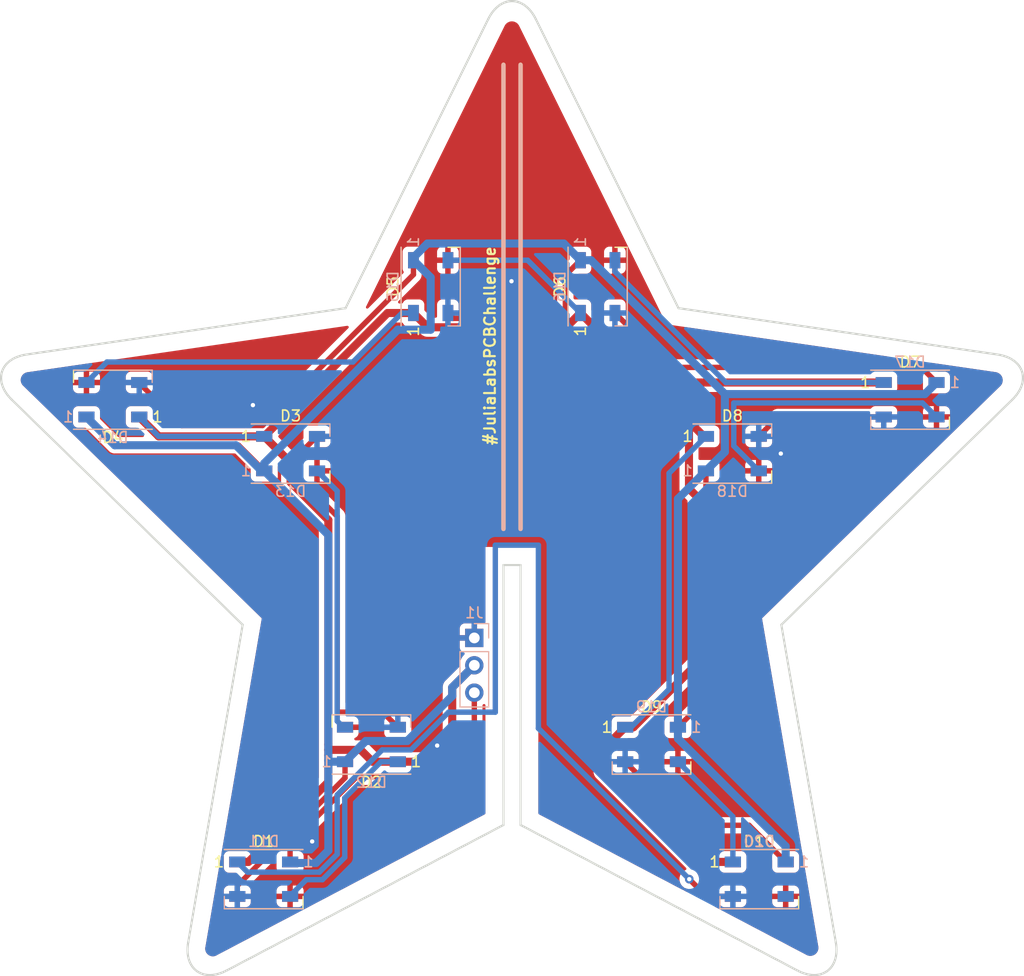
<source format=kicad_pcb>
(kicad_pcb (version 20211014) (generator pcbnew)
  (title_block (title "PCB Challenge - Slave") (date "2022-01-06") (rev "01"))
  (layers (0 "F.Cu" signal) (31 "B.Cu" signal) (34 "B.Paste" user) (35 "F.Paste" user) (36 "B.SilkS" user "B.Silkscreen") (37 "F.SilkS" user "F.Silkscreen") (38 "B.Mask" user) (39 "F.Mask" user) (44 "Edge.Cuts" user))
  (net 0 "")
  (net 1 "Net-(D1-Pad2)")
  (net 2 "Net-(D1-Pad4)")
  (net 3 "GND")
  (net 4 "+3V3")
  (net 5 "Net-(D2-Pad2)")
  (net 6 "Net-(D3-Pad2)")
  (net 7 "Net-(D4-Pad2)")
  (net 8 "Net-(D5-Pad2)")
  (net 9 "Net-(D6-Pad2)")
  (net 10 "Net-(D7-Pad2)")
  (net 11 "Net-(D8-Pad2)")
  (net 12 "Net-(D10-Pad4)")
  (net 13 "Net-(D11-Pad2)")
  (net 14 "Net-(D12-Pad2)")
  (net 15 "Net-(D13-Pad2)")
  (net 16 "Net-(D14-Pad2)")
  (net 17 "Net-(D15-Pad2)")
  (net 18 "Net-(D16-Pad2)")
  (net 19 "Net-(D17-Pad2)")
  (net 20 "Net-(D18-Pad2)")
  (net 21 "Net-(D10-Pad2)")
  (net 22 "Net-(D19-Pad2)")
  (footprint "LED_SMD:LED_WS2812B_PLCC4_5.0x5.0mm_P3.2mm" (layer "F.Cu") (at 129.5 96.5)
    (fp_text reference "D3" (at 0 -3.5) (layer "F.SilkS"))
    (fp_text value "WS2812B" hide)
    (fp_text user "1" (at -4.15 -1.6) (layer "F.SilkS"))
    (pad "1" smd rect locked (at -2.45 -1.6) (size 1.5 1) (layers "F.Cu" "F.Paste" "F.Mask") (net 4 "+3V3"))
    (pad "2" smd rect locked (at -2.45 1.6) (size 1.5 1) (layers "F.Cu" "F.Paste" "F.Mask") (net 6 "Net-(D3-Pad2)"))
    (pad "3" smd rect locked (at 2.45 1.6) (size 1.5 1) (layers "F.Cu" "F.Paste" "F.Mask") (net 3 "GND"))
    (pad "4" smd rect locked (at 2.45 -1.6) (size 1.5 1) (layers "F.Cu" "F.Paste" "F.Mask") (net 5 "Net-(D2-Pad2)"))
  )
  (footprint "LED_SMD:LED_WS2812B_PLCC4_5.0x5.0mm_P3.2mm" (layer "F.Cu") (at 113 91.5 180)
    (fp_text reference "D4" (at 0 -3.5) (layer "F.SilkS"))
    (fp_text value "WS2812B" hide)
    (fp_text user "1" (at -4.15 -1.6) (layer "F.SilkS"))
    (pad "1" smd rect locked (at -2.45 -1.6 180) (size 1.5 1) (layers "F.Cu" "F.Paste" "F.Mask") (net 4 "+3V3"))
    (pad "2" smd rect locked (at -2.45 1.6 180) (size 1.5 1) (layers "F.Cu" "F.Paste" "F.Mask") (net 7 "Net-(D4-Pad2)"))
    (pad "3" smd rect locked (at 2.45 1.6 180) (size 1.5 1) (layers "F.Cu" "F.Paste" "F.Mask") (net 3 "GND"))
    (pad "4" smd rect locked (at 2.45 -1.6 180) (size 1.5 1) (layers "F.Cu" "F.Paste" "F.Mask") (net 6 "Net-(D3-Pad2)"))
  )
  (footprint "LED_SMD:LED_WS2812B_PLCC4_5.0x5.0mm_P3.2mm" (layer "F.Cu") (at 173 136)
    (fp_text reference "D10" (at 0 -3.5) (layer "F.SilkS"))
    (fp_text value "WS2812B" hide)
    (fp_text user "1" (at -4.15 -1.6) (layer "F.SilkS"))
    (pad "1" smd rect locked (at -2.45 -1.6) (size 1.5 1) (layers "F.Cu" "F.Paste" "F.Mask") (net 4 "+3V3"))
    (pad "2" smd rect locked (at -2.45 1.6) (size 1.5 1) (layers "F.Cu" "F.Paste" "F.Mask") (net 21 "Net-(D10-Pad2)"))
    (pad "3" smd rect locked (at 2.45 1.6) (size 1.5 1) (layers "F.Cu" "F.Paste" "F.Mask") (net 3 "GND"))
    (pad "4" smd rect locked (at 2.45 -1.6) (size 1.5 1) (layers "F.Cu" "F.Paste" "F.Mask") (net 12 "Net-(D10-Pad4)"))
  )
  (footprint "LED_SMD:LED_WS2812B_PLCC4_5.0x5.0mm_P3.2mm" (layer "F.Cu") (at 142.5 81 90)
    (fp_text reference "D5" (at 0 -3.5 90) (layer "F.SilkS"))
    (fp_text value "WS2812B" hide)
    (fp_text user "1" (at -4.15 -1.6 90) (layer "F.SilkS"))
    (pad "1" smd rect locked (at -2.45 -1.6 90) (size 1.5 1) (layers "F.Cu" "F.Paste" "F.Mask") (net 4 "+3V3"))
    (pad "2" smd rect locked (at -2.45 1.6 90) (size 1.5 1) (layers "F.Cu" "F.Paste" "F.Mask") (net 8 "Net-(D5-Pad2)"))
    (pad "3" smd rect locked (at 2.45 1.6 90) (size 1.5 1) (layers "F.Cu" "F.Paste" "F.Mask") (net 3 "GND"))
    (pad "4" smd rect locked (at 2.45 -1.6 90) (size 1.5 1) (layers "F.Cu" "F.Paste" "F.Mask") (net 7 "Net-(D4-Pad2)"))
  )
  (footprint "LED_SMD:LED_WS2812B_PLCC4_5.0x5.0mm_P3.2mm" (layer "F.Cu") (at 163 123.5)
    (fp_text reference "D9" (at 0 -3.5) (layer "F.SilkS"))
    (fp_text value "WS2812B" hide)
    (fp_text user "1" (at -4.15 -1.6) (layer "F.SilkS"))
    (pad "1" smd rect locked (at -2.45 -1.6) (size 1.5 1) (layers "F.Cu" "F.Paste" "F.Mask") (net 4 "+3V3"))
    (pad "2" smd rect locked (at -2.45 1.6) (size 1.5 1) (layers "F.Cu" "F.Paste" "F.Mask") (net 12 "Net-(D10-Pad4)"))
    (pad "3" smd rect locked (at 2.45 1.6) (size 1.5 1) (layers "F.Cu" "F.Paste" "F.Mask") (net 3 "GND"))
    (pad "4" smd rect locked (at 2.45 -1.6) (size 1.5 1) (layers "F.Cu" "F.Paste" "F.Mask") (net 11 "Net-(D8-Pad2)"))
  )
  (footprint "LED_SMD:LED_WS2812B_PLCC4_5.0x5.0mm_P3.2mm" (layer "F.Cu") (at 187 91.5)
    (fp_text reference "D7" (at 0 -3.5) (layer "F.SilkS"))
    (fp_text value "WS2812B" hide)
    (fp_text user "1" (at -4.15 -1.6) (layer "F.SilkS"))
    (pad "1" smd rect locked (at -2.45 -1.6) (size 1.5 1) (layers "F.Cu" "F.Paste" "F.Mask") (net 4 "+3V3"))
    (pad "2" smd rect locked (at -2.45 1.6) (size 1.5 1) (layers "F.Cu" "F.Paste" "F.Mask") (net 10 "Net-(D7-Pad2)"))
    (pad "3" smd rect locked (at 2.45 1.6) (size 1.5 1) (layers "F.Cu" "F.Paste" "F.Mask") (net 3 "GND"))
    (pad "4" smd rect locked (at 2.45 -1.6) (size 1.5 1) (layers "F.Cu" "F.Paste" "F.Mask") (net 9 "Net-(D6-Pad2)"))
  )
  (footprint "LED_SMD:LED_WS2812B_PLCC4_5.0x5.0mm_P3.2mm" (layer "F.Cu") (at 170.5 96.5)
    (fp_text reference "D8" (at 0 -3.5) (layer "F.SilkS"))
    (fp_text value "WS2812B" hide)
    (fp_text user "1" (at -4.15 -1.6) (layer "F.SilkS"))
    (pad "1" smd rect locked (at -2.45 -1.6) (size 1.5 1) (layers "F.Cu" "F.Paste" "F.Mask") (net 4 "+3V3"))
    (pad "2" smd rect locked (at -2.45 1.6) (size 1.5 1) (layers "F.Cu" "F.Paste" "F.Mask") (net 11 "Net-(D8-Pad2)"))
    (pad "3" smd rect locked (at 2.45 1.6) (size 1.5 1) (layers "F.Cu" "F.Paste" "F.Mask") (net 3 "GND"))
    (pad "4" smd rect locked (at 2.45 -1.6) (size 1.5 1) (layers "F.Cu" "F.Paste" "F.Mask") (net 10 "Net-(D7-Pad2)"))
  )
  (footprint "LED_SMD:LED_WS2812B_PLCC4_5.0x5.0mm_P3.2mm" (layer "F.Cu") (at 158 81 90)
    (fp_text reference "D6" (at 0 -3.5 90) (layer "F.SilkS"))
    (fp_text value "WS2812B" hide)
    (fp_text user "1" (at -4.15 -1.6 90) (layer "F.SilkS"))
    (pad "1" smd rect locked (at -2.45 -1.6 90) (size 1.5 1) (layers "F.Cu" "F.Paste" "F.Mask") (net 4 "+3V3"))
    (pad "2" smd rect locked (at -2.45 1.6 90) (size 1.5 1) (layers "F.Cu" "F.Paste" "F.Mask") (net 9 "Net-(D6-Pad2)"))
    (pad "3" smd rect locked (at 2.45 1.6 90) (size 1.5 1) (layers "F.Cu" "F.Paste" "F.Mask") (net 3 "GND"))
    (pad "4" smd rect locked (at 2.45 -1.6 90) (size 1.5 1) (layers "F.Cu" "F.Paste" "F.Mask") (net 8 "Net-(D5-Pad2)"))
  )
  (footprint "LED_SMD:LED_WS2812B_PLCC4_5.0x5.0mm_P3.2mm" (layer "F.Cu") (at 137 123.5 180)
    (fp_text reference "D2" (at 0 -3.5) (layer "F.SilkS"))
    (fp_text value "WS2812B" hide)
    (fp_text user "1" (at -4.15 -1.6) (layer "F.SilkS"))
    (pad "1" smd rect locked (at -2.45 -1.6 180) (size 1.5 1) (layers "F.Cu" "F.Paste" "F.Mask") (net 4 "+3V3"))
    (pad "2" smd rect locked (at -2.45 1.6 180) (size 1.5 1) (layers "F.Cu" "F.Paste" "F.Mask") (net 5 "Net-(D2-Pad2)"))
    (pad "3" smd rect locked (at 2.45 1.6 180) (size 1.5 1) (layers "F.Cu" "F.Paste" "F.Mask") (net 3 "GND"))
    (pad "4" smd rect locked (at 2.45 -1.6 180) (size 1.5 1) (layers "F.Cu" "F.Paste" "F.Mask") (net 1 "Net-(D1-Pad2)"))
  )
  (footprint "LED_SMD:LED_WS2812B_PLCC4_5.0x5.0mm_P3.2mm" (layer "F.Cu") (at 127 136)
    (fp_text reference "D1" (at 0 -3.5) (layer "F.SilkS"))
    (fp_text value "WS2812B" hide)
    (fp_text user "1" (at -4.15 -1.6) (layer "F.SilkS"))
    (pad "1" smd rect locked (at -2.45 -1.6) (size 1.5 1) (layers "F.Cu" "F.Paste" "F.Mask") (net 4 "+3V3"))
    (pad "2" smd rect locked (at -2.45 1.6) (size 1.5 1) (layers "F.Cu" "F.Paste" "F.Mask") (net 1 "Net-(D1-Pad2)"))
    (pad "3" smd rect locked (at 2.45 1.6) (size 1.5 1) (layers "F.Cu" "F.Paste" "F.Mask") (net 3 "GND"))
    (pad "4" smd rect locked (at 2.45 -1.6) (size 1.5 1) (layers "F.Cu" "F.Paste" "F.Mask") (net 2 "Net-(D1-Pad4)"))
  )
  (footprint "LED_SMD:LED_WS2812B_PLCC4_5.0x5.0mm_P3.2mm" (layer "B.Cu") (at 187 91.5 180)
    (fp_text reference "D17" (at 0 3.5) (layer "B.SilkS") (effects (justify mirror)))
    (fp_text value "WS2812B" hide)
    (fp_text user "1" (at -4.15 1.6) (layer "B.SilkS") (effects (justify mirror)))
    (pad "1" smd rect locked (at -2.45 1.6 180) (size 1.5 1) (layers "B.Cu" "B.Paste" "B.Mask") (net 4 "+3V3"))
    (pad "2" smd rect locked (at -2.45 -1.6 180) (size 1.5 1) (layers "B.Cu" "B.Paste" "B.Mask") (net 19 "Net-(D17-Pad2)"))
    (pad "3" smd rect locked (at 2.45 -1.6 180) (size 1.5 1) (layers "B.Cu" "B.Paste" "B.Mask") (net 3 "GND"))
    (pad "4" smd rect locked (at 2.45 1.6 180) (size 1.5 1) (layers "B.Cu" "B.Paste" "B.Mask") (net 18 "Net-(D16-Pad2)"))
  )
  (footprint "LED_SMD:LED_WS2812B_PLCC4_5.0x5.0mm_P3.2mm" (layer "B.Cu") (at 137 123.5)
    (fp_text reference "D12" (at 0 3.5) (layer "B.SilkS") (effects (justify mirror)))
    (fp_text value "WS2812B" hide)
    (fp_text user "1" (at -4.15 1.6) (layer "B.SilkS") (effects (justify mirror)))
    (pad "1" smd rect locked (at -2.45 1.6) (size 1.5 1) (layers "B.Cu" "B.Paste" "B.Mask") (net 4 "+3V3"))
    (pad "2" smd rect locked (at -2.45 -1.6) (size 1.5 1) (layers "B.Cu" "B.Paste" "B.Mask") (net 14 "Net-(D12-Pad2)"))
    (pad "3" smd rect locked (at 2.45 -1.6) (size 1.5 1) (layers "B.Cu" "B.Paste" "B.Mask") (net 3 "GND"))
    (pad "4" smd rect locked (at 2.45 1.6) (size 1.5 1) (layers "B.Cu" "B.Paste" "B.Mask") (net 13 "Net-(D11-Pad2)"))
  )
  (footprint "LED_SMD:LED_WS2812B_PLCC4_5.0x5.0mm_P3.2mm" (layer "B.Cu") (at 170.5 96.5)
    (fp_text reference "D18" (at 0 3.5) (layer "B.SilkS") (effects (justify mirror)))
    (fp_text value "WS2812B" hide)
    (fp_text user "1" (at -4.15 1.6) (layer "B.SilkS") (effects (justify mirror)))
    (pad "1" smd rect locked (at -2.45 1.6) (size 1.5 1) (layers "B.Cu" "B.Paste" "B.Mask") (net 4 "+3V3"))
    (pad "2" smd rect locked (at -2.45 -1.6) (size 1.5 1) (layers "B.Cu" "B.Paste" "B.Mask") (net 20 "Net-(D18-Pad2)"))
    (pad "3" smd rect locked (at 2.45 -1.6) (size 1.5 1) (layers "B.Cu" "B.Paste" "B.Mask") (net 3 "GND"))
    (pad "4" smd rect locked (at 2.45 1.6) (size 1.5 1) (layers "B.Cu" "B.Paste" "B.Mask") (net 19 "Net-(D17-Pad2)"))
  )
  (footprint "LED_SMD:LED_WS2812B_PLCC4_5.0x5.0mm_P3.2mm" (layer "B.Cu") (at 113 91.5)
    (fp_text reference "D14" (at 0 3.5) (layer "B.SilkS") (effects (justify mirror)))
    (fp_text value "WS2812B" hide)
    (fp_text user "1" (at -4.15 1.6) (layer "B.SilkS") (effects (justify mirror)))
    (pad "1" smd rect locked (at -2.45 1.6) (size 1.5 1) (layers "B.Cu" "B.Paste" "B.Mask") (net 4 "+3V3"))
    (pad "2" smd rect locked (at -2.45 -1.6) (size 1.5 1) (layers "B.Cu" "B.Paste" "B.Mask") (net 16 "Net-(D14-Pad2)"))
    (pad "3" smd rect locked (at 2.45 -1.6) (size 1.5 1) (layers "B.Cu" "B.Paste" "B.Mask") (net 3 "GND"))
    (pad "4" smd rect locked (at 2.45 1.6) (size 1.5 1) (layers "B.Cu" "B.Paste" "B.Mask") (net 15 "Net-(D13-Pad2)"))
  )
  (footprint "LED_SMD:LED_WS2812B_PLCC4_5.0x5.0mm_P3.2mm" (layer "B.Cu") (at 173 136 180)
    (fp_text reference "D20" (at 0 3.5) (layer "B.SilkS") (effects (justify mirror)))
    (fp_text value "WS2812B" hide)
    (fp_text user "1" (at -4.15 1.6) (layer "B.SilkS") (effects (justify mirror)))
    (pad "1" smd rect locked (at -2.45 1.6 180) (size 1.5 1) (layers "B.Cu" "B.Paste" "B.Mask") (net 4 "+3V3"))
    (pad "2" smd rect locked (at -2.45 -1.6 180) (size 1.5 1) (layers "B.Cu" "B.Paste" "B.Mask"))
    (pad "3" smd rect locked (at 2.45 -1.6 180) (size 1.5 1) (layers "B.Cu" "B.Paste" "B.Mask") (net 3 "GND"))
    (pad "4" smd rect locked (at 2.45 1.6 180) (size 1.5 1) (layers "B.Cu" "B.Paste" "B.Mask") (net 22 "Net-(D19-Pad2)"))
  )
  (footprint "Connector_PinHeader_2.54mm:PinHeader_1x03_P2.54mm_Vertical" (layer "B.Cu") (at 146.55 113.61 180)
    (fp_text reference "J1" (at 0 2.33) (layer "B.SilkS") (effects (justify mirror)))
    (fp_text value "Conn_01x03" hide)
    (pad "1" thru_hole rect locked (at 0 0 180) (size 1.7 1.7) (drill 1) (layers *.Cu *.Mask) (net 3 "GND"))
    (pad "2" thru_hole oval locked (at 0 -2.54 180) (size 1.7 1.7) (drill 1) (layers *.Cu *.Mask) (net 4 "+3V3"))
    (pad "3" thru_hole oval locked (at 0 -5.08 180) (size 1.7 1.7) (drill 1) (layers *.Cu *.Mask) (net 2 "Net-(D1-Pad4)"))
  )
  (footprint "LED_SMD:LED_WS2812B_PLCC4_5.0x5.0mm_P3.2mm" (layer "B.Cu") (at 127 136 180)
    (fp_text reference "D11" (at 0 3.5) (layer "B.SilkS") (effects (justify mirror)))
    (fp_text value "WS2812B" hide)
    (fp_text user "1" (at -4.15 1.6) (layer "B.SilkS") (effects (justify mirror)))
    (pad "1" smd rect locked (at -2.45 1.6 180) (size 1.5 1) (layers "B.Cu" "B.Paste" "B.Mask") (net 4 "+3V3"))
    (pad "2" smd rect locked (at -2.45 -1.6 180) (size 1.5 1) (layers "B.Cu" "B.Paste" "B.Mask") (net 13 "Net-(D11-Pad2)"))
    (pad "3" smd rect locked (at 2.45 -1.6 180) (size 1.5 1) (layers "B.Cu" "B.Paste" "B.Mask") (net 3 "GND"))
    (pad "4" smd rect locked (at 2.45 1.6 180) (size 1.5 1) (layers "B.Cu" "B.Paste" "B.Mask") (net 21 "Net-(D10-Pad2)"))
  )
  (footprint "LED_SMD:LED_WS2812B_PLCC4_5.0x5.0mm_P3.2mm" (layer "B.Cu") (at 163 123.5 180)
    (fp_text reference "D19" (at 0 3.5) (layer "B.SilkS") (effects (justify mirror)))
    (fp_text value "WS2812B" hide)
    (fp_text user "1" (at -4.15 1.6) (layer "B.SilkS") (effects (justify mirror)))
    (pad "1" smd rect locked (at -2.45 1.6 180) (size 1.5 1) (layers "B.Cu" "B.Paste" "B.Mask") (net 4 "+3V3"))
    (pad "2" smd rect locked (at -2.45 -1.6 180) (size 1.5 1) (layers "B.Cu" "B.Paste" "B.Mask") (net 22 "Net-(D19-Pad2)"))
    (pad "3" smd rect locked (at 2.45 -1.6 180) (size 1.5 1) (layers "B.Cu" "B.Paste" "B.Mask") (net 3 "GND"))
    (pad "4" smd rect locked (at 2.45 1.6 180) (size 1.5 1) (layers "B.Cu" "B.Paste" "B.Mask") (net 20 "Net-(D18-Pad2)"))
  )
  (footprint "LED_SMD:LED_WS2812B_PLCC4_5.0x5.0mm_P3.2mm" (layer "B.Cu") (at 129.5 96.5)
    (fp_text reference "D13" (at 0 3.5) (layer "B.SilkS") (effects (justify mirror)))
    (fp_text value "WS2812B" hide)
    (fp_text user "1" (at -4.15 1.6) (layer "B.SilkS") (effects (justify mirror)))
    (pad "1" smd rect locked (at -2.45 1.6) (size 1.5 1) (layers "B.Cu" "B.Paste" "B.Mask") (net 4 "+3V3"))
    (pad "2" smd rect locked (at -2.45 -1.6) (size 1.5 1) (layers "B.Cu" "B.Paste" "B.Mask") (net 15 "Net-(D13-Pad2)"))
    (pad "3" smd rect locked (at 2.45 -1.6) (size 1.5 1) (layers "B.Cu" "B.Paste" "B.Mask") (net 3 "GND"))
    (pad "4" smd rect locked (at 2.45 1.6) (size 1.5 1) (layers "B.Cu" "B.Paste" "B.Mask") (net 14 "Net-(D12-Pad2)"))
  )
  (footprint "LED_SMD:LED_WS2812B_PLCC4_5.0x5.0mm_P3.2mm" (layer "B.Cu") (at 158 81 -90)
    (fp_text reference "D16" (at 0 3.5 90) (layer "B.SilkS") (effects (justify mirror)))
    (fp_text value "WS2812B" hide)
    (fp_text user "1" (at -4.15 1.6 90) (layer "B.SilkS") (effects (justify mirror)))
    (pad "1" smd rect locked (at -2.45 1.6 270) (size 1.5 1) (layers "B.Cu" "B.Paste" "B.Mask") (net 4 "+3V3"))
    (pad "2" smd rect locked (at -2.45 -1.6 270) (size 1.5 1) (layers "B.Cu" "B.Paste" "B.Mask") (net 18 "Net-(D16-Pad2)"))
    (pad "3" smd rect locked (at 2.45 -1.6 270) (size 1.5 1) (layers "B.Cu" "B.Paste" "B.Mask") (net 3 "GND"))
    (pad "4" smd rect locked (at 2.45 1.6 270) (size 1.5 1) (layers "B.Cu" "B.Paste" "B.Mask") (net 17 "Net-(D15-Pad2)"))
  )
  (footprint "LED_SMD:LED_WS2812B_PLCC4_5.0x5.0mm_P3.2mm" (layer "B.Cu") (at 142.5 81 -90)
    (fp_text reference "D15" (at 0 3.5 90) (layer "B.SilkS") (effects (justify mirror)))
    (fp_text value "WS2812B" hide)
    (fp_text user "1" (at -4.15 1.6 90) (layer "B.SilkS") (effects (justify mirror)))
    (pad "1" smd rect locked (at -2.45 1.6 270) (size 1.5 1) (layers "B.Cu" "B.Paste" "B.Mask") (net 4 "+3V3"))
    (pad "2" smd rect locked (at -2.45 -1.6 270) (size 1.5 1) (layers "B.Cu" "B.Paste" "B.Mask") (net 17 "Net-(D15-Pad2)"))
    (pad "3" smd rect locked (at 2.45 -1.6 270) (size 1.5 1) (layers "B.Cu" "B.Paste" "B.Mask") (net 3 "GND"))
    (pad "4" smd rect locked (at 2.45 1.6 270) (size 1.5 1) (layers "B.Cu" "B.Paste" "B.Mask") (net 16 "Net-(D14-Pad2)"))
  )
  (gr_line (start 150.841461 60.408578) (end 150.841461 103.492104) (layer "B.SilkS") (width 0.396874))
  (gr_line (start 149.257061 60.408578) (end 149.257061 103.492104) (layer "B.SilkS") (width 0.396874))
  (gr_line (start 150.841461 60.408578) (end 150.841461 103.492104) (layer "F.SilkS") (width 0.396874))
  (gr_line (start 149.257061 60.408578) (end 149.257061 103.492104) (layer "F.SilkS") (width 0.396874))
  (gr_line (start 176.731661 144.574123) (end 176.93502 144.661807) (layer "Edge.Cuts") (width 0.196907))
  (gr_line (start 196.127566 87.589666) (end 195.94412 87.51388) (layer "Edge.Cuts") (width 0.196907))
  (gr_line (start 150.968365 54.732471) (end 150.818879 54.660163) (layer "Edge.Cuts") (width 0.196907))
  (gr_line (start 149.130088 54.732496) (end 148.983044 54.817948) (layer "Edge.Cuts") (width 0.196907))
  (gr_line (start 148.055761 55.784156) (end 147.942723 55.974759) (layer "Edge.Cuts") (width 0.196907))
  (gr_line (start 196.299899 87.67375) (end 196.127566 87.589666) (layer "Edge.Cuts") (width 0.196907))
  (gr_line (start 120.923967 144.618419) (end 121.061024 144.693652) (layer "Edge.Cuts") (width 0.196907))
  (gr_line (start 180.105496 141.870354) (end 175.04929 112.389412) (layer "Edge.Cuts") (width 0.196907))
  (gr_line (start 196.467823 91.511452) (end 196.628564 91.346737) (layer "Edge.Cuts") (width 0.196907))
  (gr_line (start 149.257065 130.969674) (end 149.257065 106.844536) (layer "Edge.Cuts") (width 0.196907))
  (gr_line (start 165.500004 82.999978) (end 165.500004 82.999978) (layer "Edge.Cuts") (width 0.196907))
  (gr_line (start 120.356121 144.084009) (end 120.452939 144.211197) (layer "Edge.Cuts") (width 0.196907))
  (gr_line (start 150.841465 130.969674) (end 150.841465 130.969674) (layer "Edge.Cuts") (width 0.196907))
  (gr_line (start 197.407321 89.999763) (end 197.443154 89.83351) (layer "Edge.Cuts") (width 0.196907))
  (gr_line (start 196.467823 91.511452) (end 196.467823 91.511452) (layer "Edge.Cuts") (width 0.196907))
  (gr_line (start 180.167503 142.531712) (end 180.159251 142.318474) (layer "Edge.Cuts") (width 0.196907))
  (gr_line (start 120.672357 144.43559) (end 120.794302 144.532319) (layer "Edge.Cuts") (width 0.196907))
  (gr_line (start 197.093459 88.330956) (end 196.99045 88.205168) (layer "Edge.Cuts") (width 0.196907))
  (gr_line (start 176.525494 144.472237) (end 176.525494 144.472237) (layer "Edge.Cuts") (width 0.196907))
  (gr_line (start 149.584179 54.555011) (end 149.43106 54.601027) (layer "Edge.Cuts") (width 0.196907))
  (gr_line (start 149.257065 106.844536) (end 149.257065 106.844536) (layer "Edge.Cuts") (width 0.196907))
  (gr_line (start 178.077879 144.90304) (end 178.252414 144.897989) (layer "Edge.Cuts") (width 0.196907))
  (gr_line (start 150.667371 54.601003) (end 150.514245 54.554991) (layer "Edge.Cuts") (width 0.196907))
  (gr_line (start 103.072804 90.843179) (end 103.190676 91.011763) (layer "Edge.Cuts") (width 0.196907))
  (gr_line (start 122.384248 144.875794) (end 122.573078 144.84253) (layer "Edge.Cuts") (width 0.196907))
  (gr_line (start 102.83486 88.599025) (end 102.768225 88.740451) (layer "Edge.Cuts") (width 0.196907))
  (gr_line (start 147.942723 55.974759) (end 147.835758 56.178506) (layer "Edge.Cuts") (width 0.196907))
  (gr_line (start 177.524979 144.842039) (end 177.713834 144.875303) (layer "Edge.Cuts") (width 0.196907))
  (gr_line (start 122.199859 144.896053) (end 122.384248 144.875794) (layer "Edge.Cuts") (width 0.196907))
  (gr_line (start 197.219062 90.505197) (end 197.2954 90.335992) (layer "Edge.Cuts") (width 0.196907))
  (gr_line (start 119.992573 141.870904) (end 119.959367 142.098529) (layer "Edge.Cuts") (width 0.196907))
  (gr_line (start 103.107709 88.205269) (end 103.004727 88.331049) (layer "Edge.Cuts") (width 0.196907))
  (gr_line (start 196.460991 87.765747) (end 196.299899 87.67375) (layer "Edge.Cuts") (width 0.196907))
  (gr_line (start 121.061024 144.693652) (end 121.205145 144.757782) (layer "Edge.Cuts") (width 0.196907))
  (gr_line (start 196.774923 91.18031) (end 196.907027 91.012558) (layer "Edge.Cuts") (width 0.196907))
  (gr_line (start 196.907027 91.012558) (end 197.025001 90.843865) (layer "Edge.Cuts") (width 0.196907))
  (gr_line (start 179.645167 144.210534) (end 179.741975 144.083334) (layer "Edge.Cuts") (width 0.196907))
  (gr_line (start 149.43106 54.601027) (end 149.279562 54.660188) (layer "Edge.Cuts") (width 0.196907))
  (gr_line (start 125.04924 112.389412) (end 119.992573 141.870904) (layer "Edge.Cuts") (width 0.196907))
  (gr_line (start 148.697863 55.028287) (end 148.560536 55.153173) (layer "Edge.Cuts") (width 0.196907))
  (gr_line (start 147.835758 56.178506) (end 147.835758 56.178506) (layer "Edge.Cuts") (width 0.196907))
  (gr_line (start 103.322666 91.179398) (end 103.468898 91.345698) (layer "Edge.Cuts") (width 0.196907))
  (gr_line (start 103.190676 91.011763) (end 103.322666 91.179398) (layer "Edge.Cuts") (width 0.196907))
  (gr_line (start 102.632476 89.668853) (end 102.65503 89.833298) (layer "Edge.Cuts") (width 0.196907))
  (gr_line (start 179.829751 143.946458) (end 179.908168 143.800145) (layer "Edge.Cuts") (width 0.196907))
  (gr_line (start 121.513269 144.851776) (end 121.676615 144.881166) (layer "Edge.Cuts") (width 0.196907))
  (gr_line (start 151.924134 55.606805) (end 151.800139 55.442451) (layer "Edge.Cuts") (width 0.196907))
  (gr_line (start 180.138691 142.097942) (end 180.105496 141.870354) (layer "Edge.Cuts") (width 0.196907))
  (gr_line (start 151.537987 55.153193) (end 151.400639 55.028289) (layer "Edge.Cuts") (width 0.196907))
  (gr_line (start 197.465738 89.66901) (end 197.475197 89.506649) (layer "Edge.Cuts") (width 0.196907))
  (gr_line (start 178.421522 144.880643) (end 178.584873 144.851239) (layer "Edge.Cuts") (width 0.196907))
  (gr_line (start 176.93502 144.661807) (end 177.135245 144.73553) (layer "Edge.Cuts") (width 0.196907))
  (gr_line (start 149.893657 54.502417) (end 149.738512 54.522141) (layer "Edge.Cuts") (width 0.196907))
  (gr_line (start 104.153806 87.513989) (end 103.970394 87.589777) (layer "Edge.Cuts") (width 0.196907))
  (gr_line (start 150.359906 54.522126) (end 150.204758 54.502409) (layer "Edge.Cuts") (width 0.196907))
  (gr_line (start 102.626594 89.346745) (end 102.62304 89.50654) (layer "Edge.Cuts") (width 0.196907))
  (gr_line (start 150.818879 54.660163) (end 150.667371 54.601003) (layer "Edge.Cuts") (width 0.196907))
  (gr_line (start 152.262936 56.178773) (end 152.155937 55.974966) (layer "Edge.Cuts") (width 0.196907))
  (gr_line (start 177.713834 144.875303) (end 177.898243 144.895558) (layer "Edge.Cuts") (width 0.196907))
  (gr_line (start 195.328351 87.340159) (end 195.101704 87.301415) (layer "Edge.Cuts") (width 0.196907))
  (gr_line (start 102.672177 89.03625) (end 102.643015 89.189853) (layer "Edge.Cuts") (width 0.196907))
  (gr_line (start 197.443154 89.83351) (end 197.465738 89.66901) (layer "Edge.Cuts") (width 0.196907))
  (gr_line (start 178.252414 144.897989) (end 178.421522 144.880643) (layer "Edge.Cuts") (width 0.196907))
  (gr_line (start 148.560536 55.153173) (end 148.427258 55.291204) (layer "Edge.Cuts") (width 0.196907))
  (gr_line (start 149.257065 130.969674) (end 149.257065 130.969674) (layer "Edge.Cuts") (width 0.196907))
  (gr_line (start 195.101704 87.301415) (end 165.500004 82.999978) (layer "Edge.Cuts") (width 0.196907))
  (gr_line (start 152.155937 55.974966) (end 152.042868 55.78431) (layer "Edge.Cuts") (width 0.196907))
  (gr_line (start 103.349144 87.972052) (end 103.222556 88.085475) (layer "Edge.Cuts") (width 0.196907))
  (gr_line (start 179.741975 144.083334) (end 179.829751 143.946458) (layer "Edge.Cuts") (width 0.196907))
  (gr_line (start 123.366249 144.57465) (end 123.572365 144.472787) (layer "Edge.Cuts") (width 0.196907))
  (gr_line (start 103.637039 87.76586) (end 103.487346 87.865385) (layer "Edge.Cuts") (width 0.196907))
  (gr_line (start 195.544386 87.388742) (end 195.328351 87.340159) (layer "Edge.Cuts") (width 0.196907))
  (gr_line (start 150.841465 106.844536) (end 150.841465 106.844536) (layer "Edge.Cuts") (width 0.196907))
  (gr_line (start 197.358111 90.167385) (end 197.407321 89.999763) (layer "Edge.Cuts") (width 0.196907))
  (gr_line (start 165.500004 82.999978) (end 152.262936 56.178773) (layer "Edge.Cuts") (width 0.196907))
  (gr_line (start 104.769478 87.340265) (end 104.553473 87.388848) (layer "Edge.Cuts") (width 0.196907))
  (gr_line (start 180.083986 143.306963) (end 180.121689 143.125282) (layer "Edge.Cuts") (width 0.196907))
  (gr_line (start 197.2954 90.335992) (end 197.358111 90.167385) (layer "Edge.Cuts") (width 0.196907))
  (gr_line (start 196.99045 88.205168) (end 196.875573 88.085368) (layer "Edge.Cuts") (width 0.196907))
  (gr_line (start 152.042868 55.78431) (end 151.924134 55.606805) (layer "Edge.Cuts") (width 0.196907))
  (gr_line (start 148.838834 54.916545) (end 148.697863 55.028287) (layer "Edge.Cuts") (width 0.196907))
  (gr_line (start 150.841465 106.844536) (end 150.841465 130.969674) (layer "Edge.Cuts") (width 0.196907))
  (gr_line (start 150.841465 130.969674) (end 176.525494 144.472237) (layer "Edge.Cuts") (width 0.196907))
  (gr_line (start 102.65503 89.833298) (end 102.690825 89.999491) (layer "Edge.Cuts") (width 0.196907))
  (gr_line (start 102.768225 88.740451) (end 102.713956 88.886321) (layer "Edge.Cuts") (width 0.196907))
  (gr_line (start 120.062449 143.480858) (end 120.121172 143.64533) (layer "Edge.Cuts") (width 0.196907))
  (gr_line (start 134.598526 82.999978) (end 104.996098 87.301522) (layer "Edge.Cuts") (width 0.196907))
  (gr_line (start 180.121689 143.125282) (end 180.148394 142.935354) (layer "Edge.Cuts") (width 0.196907))
  (gr_line (start 195.94412 87.51388) (end 195.749684 87.446777) (layer "Edge.Cuts") (width 0.196907))
  (gr_line (start 149.257065 106.844536) (end 150.841465 106.844536) (layer "Edge.Cuts") (width 0.196907))
  (gr_line (start 151.115423 54.817928) (end 150.968365 54.732471) (layer "Edge.Cuts") (width 0.196907))
  (gr_line (start 148.298433 55.442378) (end 148.174465 55.606695) (layer "Edge.Cuts") (width 0.196907))
  (gr_line (start 122.766021 144.796021) (end 122.962749 144.73603) (layer "Edge.Cuts") (width 0.196907))
  (gr_line (start 103.468898 91.345698) (end 103.629499 91.510277) (layer "Edge.Cuts") (width 0.196907))
  (gr_line (start 125.04924 112.389412) (end 125.04924 112.389412) (layer "Edge.Cuts") (width 0.196907))
  (gr_line (start 151.800139 55.442451) (end 151.671289 55.291247) (layer "Edge.Cuts") (width 0.196907))
  (gr_line (start 196.610718 87.865272) (end 196.460991 87.765747) (layer "Edge.Cuts") (width 0.196907))
  (gr_line (start 179.425767 144.434956) (end 179.539655 144.327821) (layer "Edge.Cuts") (width 0.196907))
  (gr_line (start 122.962749 144.73603) (end 123.162935 144.662319) (layer "Edge.Cuts") (width 0.196907))
  (gr_line (start 152.262936 56.178773) (end 152.262936 56.178773) (layer "Edge.Cuts") (width 0.196907))
  (gr_line (start 102.62304 89.50654) (end 102.632476 89.668853) (layer "Edge.Cuts") (width 0.196907))
  (gr_line (start 102.739986 90.167046) (end 102.80264 90.335577) (layer "Edge.Cuts") (width 0.196907))
  (gr_line (start 195.749684 87.446777) (end 195.544386 87.388742) (layer "Edge.Cuts") (width 0.196907))
  (gr_line (start 150.204758 54.502409) (end 150.049207 54.49584) (layer "Edge.Cuts") (width 0.196907))
  (gr_line (start 197.330019 88.740402) (end 197.263369 88.598958) (layer "Edge.Cuts") (width 0.196907))
  (gr_line (start 120.452939 144.211197) (end 120.55846 144.32847) (layer "Edge.Cuts") (width 0.196907))
  (gr_line (start 148.427258 55.291204) (end 148.298433 55.442378) (layer "Edge.Cuts") (width 0.196907))
  (gr_line (start 102.713956 88.886321) (end 102.672177 89.03625) (layer "Edge.Cuts") (width 0.196907))
  (gr_line (start 177.898243 144.895558) (end 178.077879 144.90304) (layer "Edge.Cuts") (width 0.196907))
  (gr_line (start 147.835758 56.178506) (end 147.835758 56.178422) (layer "Edge.Cuts") (width 0.196907))
  (gr_line (start 175.04929 112.389412) (end 196.467823 91.511452) (layer "Edge.Cuts") (width 0.196907))
  (gr_line (start 103.629499 91.510277) (end 125.04924 112.389412) (layer "Edge.Cuts") (width 0.196907))
  (gr_line (start 197.426082 89.03625) (end 197.384299 88.886294) (layer "Edge.Cuts") (width 0.196907))
  (gr_line (start 119.992573 141.870904) (end 119.992573 141.870904) (layer "Edge.Cuts") (width 0.196907))
  (gr_line (start 180.035613 143.480159) (end 180.083986 143.306963) (layer "Edge.Cuts") (width 0.196907))
  (gr_line (start 148.983044 54.817948) (end 148.838834 54.916545) (layer "Edge.Cuts") (width 0.196907))
  (gr_line (start 179.539655 144.327821) (end 179.645167 144.210534) (layer "Edge.Cuts") (width 0.196907))
  (gr_line (start 150.514245 54.554991) (end 150.359906 54.522126) (layer "Edge.Cuts") (width 0.196907))
  (gr_line (start 197.455243 89.189884) (end 197.426082 89.03625) (layer "Edge.Cuts") (width 0.196907))
  (gr_line (start 102.690825 89.999491) (end 102.739986 90.167046) (layer "Edge.Cuts") (width 0.196907))
  (gr_line (start 122.020238 144.903542) (end 122.199859 144.896053) (layer "Edge.Cuts") (width 0.196907))
  (gr_line (start 104.996098 87.301522) (end 104.996098 87.301522) (layer "Edge.Cuts") (width 0.196907))
  (gr_line (start 119.930544 142.532357) (end 119.93427 142.738084) (layer "Edge.Cuts") (width 0.196907))
  (gr_line (start 196.748954 87.971941) (end 196.610718 87.865272) (layer "Edge.Cuts") (width 0.196907))
  (gr_line (start 123.162935 144.662319) (end 123.366249 144.57465) (layer "Edge.Cuts") (width 0.196907))
  (gr_line (start 102.968923 90.674029) (end 103.072804 90.843179) (layer "Edge.Cuts") (width 0.196907))
  (gr_line (start 195.101704 87.301415) (end 195.101704 87.301415) (layer "Edge.Cuts") (width 0.196907))
  (gr_line (start 122.573078 144.84253) (end 122.766021 144.796021) (layer "Edge.Cuts") (width 0.196907))
  (gr_line (start 148.174465 55.606695) (end 148.055761 55.784156) (layer "Edge.Cuts") (width 0.196907))
  (gr_line (start 151.25965 54.916534) (end 151.115423 54.817928) (layer "Edge.Cuts") (width 0.196907))
  (gr_line (start 179.976898 143.644632) (end 180.035613 143.480159) (layer "Edge.Cuts") (width 0.196907))
  (gr_line (start 102.80264 90.335577) (end 102.878911 90.5047) (layer "Edge.Cuts") (width 0.196907))
  (gr_line (start 121.845715 144.898501) (end 122.020238 144.903542) (layer "Edge.Cuts") (width 0.196907))
  (gr_line (start 179.037118 144.693068) (end 179.17417 144.617817) (layer "Edge.Cuts") (width 0.196907))
  (gr_line (start 120.014069 143.30766) (end 120.062449 143.480858) (layer "Edge.Cuts") (width 0.196907))
  (gr_line (start 103.487346 87.865385) (end 103.349144 87.972052) (layer "Edge.Cuts") (width 0.196907))
  (gr_line (start 120.18991 143.800838) (end 120.268336 143.947143) (layer "Edge.Cuts") (width 0.196907))
  (gr_line (start 175.04929 112.389412) (end 175.04929 112.389412) (layer "Edge.Cuts") (width 0.196907))
  (gr_line (start 151.671289 55.291247) (end 151.537987 55.153193) (layer "Edge.Cuts") (width 0.196907))
  (gr_line (start 178.892999 144.757214) (end 179.037118 144.693068) (layer "Edge.Cuts") (width 0.196907))
  (gr_line (start 134.598526 82.999978) (end 134.598526 82.999978) (layer "Edge.Cuts") (width 0.196907))
  (gr_line (start 123.572365 144.472787) (end 149.257065 130.969674) (layer "Edge.Cuts") (width 0.196907))
  (gr_line (start 179.908168 143.800145) (end 179.976898 143.644632) (layer "Edge.Cuts") (width 0.196907))
  (gr_line (start 180.159251 142.318474) (end 180.138691 142.097942) (layer "Edge.Cuts") (width 0.196907))
  (gr_line (start 120.794302 144.532319) (end 120.923967 144.618419) (layer "Edge.Cuts") (width 0.196907))
  (gr_line (start 197.384299 88.886294) (end 197.330019 88.740402) (layer "Edge.Cuts") (width 0.196907))
  (gr_line (start 149.738512 54.522141) (end 149.584179 54.555011) (layer "Edge.Cuts") (width 0.196907))
  (gr_line (start 196.875573 88.085368) (end 196.748954 87.971941) (layer "Edge.Cuts") (width 0.196907))
  (gr_line (start 197.475197 89.506649) (end 197.471656 89.346812) (layer "Edge.Cuts") (width 0.196907))
  (gr_line (start 178.584873 144.851239) (end 178.742142 144.810017) (layer "Edge.Cuts") (width 0.196907))
  (gr_line (start 119.959367 142.098529) (end 119.9388 142.319093) (layer "Edge.Cuts") (width 0.196907))
  (gr_line (start 177.135245 144.73553) (end 177.332007 144.795528) (layer "Edge.Cuts") (width 0.196907))
  (gr_line (start 147.835758 56.178422) (end 134.598526 82.999978) (layer "Edge.Cuts") (width 0.196907))
  (gr_line (start 197.025001 90.843865) (end 197.12897 90.674617) (layer "Edge.Cuts") (width 0.196907))
  (gr_line (start 180.163775 142.737418) (end 180.167503 142.531712) (layer "Edge.Cuts") (width 0.196907))
  (gr_line (start 177.332007 144.795528) (end 177.524979 144.842039) (layer "Edge.Cuts") (width 0.196907))
  (gr_line (start 119.949652 142.936035) (end 119.976361 143.125973) (layer "Edge.Cuts") (width 0.196907))
  (gr_line (start 103.004727 88.331049) (end 102.913736 88.462429) (layer "Edge.Cuts") (width 0.196907))
  (gr_line (start 151.400639 55.028289) (end 151.25965 54.916534) (layer "Edge.Cuts") (width 0.196907))
  (gr_line (start 149.279562 54.660188) (end 149.130088 54.732496) (layer "Edge.Cuts") (width 0.196907))
  (gr_line (start 103.629499 91.510277) (end 103.629499 91.510277) (layer "Edge.Cuts") (width 0.196907))
  (gr_line (start 123.572365 144.472787) (end 123.572365 144.472787) (layer "Edge.Cuts") (width 0.196907))
  (gr_line (start 120.55846 144.32847) (end 120.672357 144.43559) (layer "Edge.Cuts") (width 0.196907))
  (gr_line (start 197.184473 88.462348) (end 197.093459 88.330956) (layer "Edge.Cuts") (width 0.196907))
  (gr_line (start 197.471656 89.346812) (end 197.455243 89.189884) (layer "Edge.Cuts") (width 0.196907))
  (gr_line (start 121.676615 144.881166) (end 121.845715 144.898501) (layer "Edge.Cuts") (width 0.196907))
  (gr_line (start 102.643015 89.189853) (end 102.626594 89.346745) (layer "Edge.Cuts") (width 0.196907))
  (gr_line (start 104.996098 87.301522) (end 104.769478 87.340265) (layer "Edge.Cuts") (width 0.196907))
  (gr_line (start 103.798096 87.673862) (end 103.637039 87.76586) (layer "Edge.Cuts") (width 0.196907))
  (gr_line (start 119.93427 142.738084) (end 119.949652 142.936035) (layer "Edge.Cuts") (width 0.196907))
  (gr_line (start 178.742142 144.810017) (end 178.892999 144.757214) (layer "Edge.Cuts") (width 0.196907))
  (gr_line (start 179.303829 144.531701) (end 179.425767 144.434956) (layer "Edge.Cuts") (width 0.196907))
  (gr_line (start 104.553473 87.388848) (end 104.348207 87.446884) (layer "Edge.Cuts") (width 0.196907))
  (gr_line (start 103.222556 88.085475) (end 103.107709 88.205269) (layer "Edge.Cuts") (width 0.196907))
  (gr_line (start 121.205145 144.757782) (end 121.356003 144.810569) (layer "Edge.Cuts") (width 0.196907))
  (gr_line (start 179.17417 144.617817) (end 179.303829 144.531701) (layer "Edge.Cuts") (width 0.196907))
  (gr_line (start 120.268336 143.947143) (end 120.356121 144.084009) (layer "Edge.Cuts") (width 0.196907))
  (gr_line (start 102.878911 90.5047) (end 102.968923 90.674029) (layer "Edge.Cuts") (width 0.196907))
  (gr_line (start 150.049207 54.49584) (end 149.893657 54.502417) (layer "Edge.Cuts") (width 0.196907))
  (gr_line (start 180.148394 142.935354) (end 180.163775 142.737418) (layer "Edge.Cuts") (width 0.196907))
  (gr_line (start 197.12897 90.674617) (end 197.219062 90.505197) (layer "Edge.Cuts") (width 0.196907))
  (gr_line (start 104.348207 87.446884) (end 104.153806 87.513989) (layer "Edge.Cuts") (width 0.196907))
  (gr_line (start 119.976361 143.125973) (end 120.014069 143.30766) (layer "Edge.Cuts") (width 0.196907))
  (gr_line (start 103.970394 87.589777) (end 103.798096 87.673862) (layer "Edge.Cuts") (width 0.196907))
  (gr_line (start 197.263369 88.598958) (end 197.184473 88.462348) (layer "Edge.Cuts") (width 0.196907))
  (gr_line (start 120.121172 143.64533) (end 120.18991 143.800838) (layer "Edge.Cuts") (width 0.196907))
  (gr_line (start 121.356003 144.810569) (end 121.513269 144.851776) (layer "Edge.Cuts") (width 0.196907))
  (gr_line (start 119.9388 142.319093) (end 119.930544 142.532357) (layer "Edge.Cuts") (width 0.196907))
  (gr_line (start 176.525494 144.472237) (end 176.731661 144.574123) (layer "Edge.Cuts") (width 0.196907))
  (gr_line (start 102.913736 88.462429) (end 102.83486 88.599025) (layer "Edge.Cuts") (width 0.196907))
  (gr_line (start 196.628564 91.346737) (end 196.774923 91.18031) (layer "Edge.Cuts") (width 0.196907))
  (gr_line (start 180.105496 141.870354) (end 180.105496 141.870354) (layer "Edge.Cuts") (width 0.196907))
  (gr_text "#JuliaLabsPCBChallenge" (at 148 86.5 90) (layer "F.SilkS") (effects (font (size 1 1) (thickness 0.2))))
  (segment (start 134.55 126.6) (end 134.55 125.1) (width 0.5) (layer "F.Cu") (net 1))
  (segment (start 124.55 137.6) (end 124.55 136.6) (width 0.5) (layer "F.Cu") (net 1))
  (segment (start 124.55 136.6) (end 134.55 126.6) (width 0.5) (layer "F.Cu") (net 1))
  (segment (start 129.45 134.4) (end 129.45 132.68927) (width 0.5) (layer "F.Cu") (net 2))
  (segment (start 129.45 132.68927) (end 135.63927 126.5) (width 0.5) (layer "F.Cu") (net 2))
  (segment (start 135.63927 126.5) (end 146.5 126.5) (width 0.5) (layer "F.Cu") (net 2))
  (segment (start 146.5 126.5) (end 146.55 126.45) (width 0.5) (layer "F.Cu") (net 2))
  (segment (start 146.55 126.45) (end 146.55 118.69) (width 0.5) (layer "F.Cu") (net 2))
  (via (at 143.100688 123.600688) (size 0.8) (drill 0.4) (layers "F.Cu" "B.Cu") (net 3))
  (via (at 175 96.5) (size 0.8) (drill 0.4) (layers "F.Cu" "B.Cu") (net 3))
  (via (at 150 80.5) (size 0.8) (drill 0.4) (layers "F.Cu" "B.Cu") (net 3))
  (via (at 131.5 132.5) (size 0.8) (drill 0.4) (layers "F.Cu" "B.Cu") (net 3))
  (via (at 126 92) (size 0.8) (drill 0.4) (layers "F.Cu" "B.Cu") (net 3))
  (segment (start 162.85 89.9) (end 184.55 89.9) (width 0.75) (layer "F.Cu") (net 4))
  (segment (start 155.075489 84.774511) (end 156.4 83.45) (width 0.75) (layer "F.Cu") (net 4))
  (segment (start 160.55 121.9) (end 158.5 123.95) (width 0.75) (layer "F.Cu") (net 4))
  (segment (start 133 126.983952) (end 133 124.5) (width 0.75) (layer "F.Cu") (net 4))
  (segment (start 166.475 93.525) (end 166.475 99.74952) (width 0.75) (layer "F.Cu") (net 4))
  (segment (start 133 123.5) (end 133 102.666048) (width 0.75) (layer "F.Cu") (net 4))
  (segment (start 168.05 94.9) (end 167.85 94.9) (width 0.75) (layer "F.Cu") (net 4))
  (segment (start 133 102.666048) (end 129.5 99.166048) (width 0.75) (layer "F.Cu") (net 4))
  (segment (start 167.85 94.9) (end 166.475 93.525) (width 0.75) (layer "F.Cu") (net 4))
  (segment (start 133 124) (end 133 123.5) (width 0.75) (layer "F.Cu") (net 4))
  (segment (start 140.9 83.45) (end 142.224511 84.774511) (width 0.75) (layer "F.Cu") (net 4))
  (segment (start 158.5 123.95) (end 158.5 126) (width 0.75) (layer "F.Cu") (net 4))
  (segment (start 166.9 134.4) (end 170.55 134.4) (width 0.75) (layer "F.Cu") (net 4))
  (segment (start 136 124) (end 137.1 125.1) (width 0.75) (layer "F.Cu") (net 4))
  (segment (start 129.5 97.35) (end 127.05 94.9) (width 0.75) (layer "F.Cu") (net 4))
  (segment (start 166.475 99.74952) (end 167.22548 100.5) (width 0.75) (layer "F.Cu") (net 4))
  (segment (start 156.4 83.45) (end 162.85 89.9) (width 0.75) (layer "F.Cu") (net 4))
  (segment (start 144.5 118.2) (end 146.55 116.15) (width 0.75) (layer "F.Cu") (net 4))
  (segment (start 161.32548 121.9) (end 160.55 121.9) (width 0.75) (layer "F.Cu") (net 4))
  (segment (start 129.5 99.166048) (end 129.5 97.35) (width 0.75) (layer "F.Cu") (net 4))
  (segment (start 167.22548 116) (end 161.32548 121.9) (width 0.75) (layer "F.Cu") (net 4))
  (segment (start 144.5 118.2) (end 144.5 125) (width 0.75) (layer "F.Cu") (net 4))
  (segment (start 129.491976 130.491976) (end 133 126.983952) (width 0.75) (layer "F.Cu") (net 4))
  (segment (start 125.583952 134.4) (end 129.491976 130.491976) (width 0.75) (layer "F.Cu") (net 4))
  (segment (start 167.22548 100.5) (end 167.22548 116) (width 0.75) (layer "F.Cu") (net 4))
  (segment (start 144.5 125) (end 144.4 125.1) (width 0.75) (layer "F.Cu") (net 4))
  (segment (start 127.05 94.9) (end 117.25 94.9) (width 0.75) (layer "F.Cu") (net 4))
  (segment (start 133 124.5) (end 133 124) (width 0.75) (layer "F.Cu") (net 4))
  (segment (start 158.5 126) (end 166.9 134.4) (width 0.75) (layer "F.Cu") (net 4))
  (segment (start 133 124) (end 136 124) (width 0.75) (layer "F.Cu") (net 4))
  (segment (start 117.25 94.9) (end 115.45 93.1) (width 0.75) (layer "F.Cu") (net 4))
  (segment (start 144.4 125.1) (end 139.45 125.1) (width 0.75) (layer "F.Cu") (net 4))
  (segment (start 138.5 83.45) (end 127.05 94.9) (width 0.75) (layer "F.Cu") (net 4))
  (segment (start 137.1 125.1) (end 139.45 125.1) (width 0.75) (layer "F.Cu") (net 4))
  (segment (start 124.55 134.4) (end 125.583952 134.4) (width 0.75) (layer "F.Cu") (net 4))
  (segment (start 142.224511 84.774511) (end 155.075489 84.774511) (width 0.75) (layer "F.Cu") (net 4))
  (segment (start 166.475 93.525) (end 162.85 89.9) (width 0.75) (layer "F.Cu") (net 4))
  (segment (start 140.9 83.45) (end 138.5 83.45) (width 0.75) (layer "F.Cu") (net 4))
  (segment (start 133.1 125.1) (end 133 125) (width 0.75) (layer "B.Cu") (net 4))
  (segment (start 169.808464 90.974511) (end 157.383952 78.55) (width 0.75) (layer "B.Cu") (net 4))
  (segment (start 133 125) (end 133 133.344682) (width 0.75) (layer "B.Cu") (net 4))
  (segment (start 154.85 77) (end 156.4 78.55) (width 0.75) (layer "B.Cu") (net 4))
  (segment (start 144.5 118.2) (end 146.55 116.15) (width 0.75) (layer "B.Cu") (net 4))
  (segment (start 168.05 98.1) (end 169.808464 96.341536) (width 0.75) (layer "B.Cu") (net 4))
  (segment (start 131.844682 134.5) (end 129.55 134.5) (width 0.75) (layer "B.Cu") (net 4))
  (segment (start 188.375489 90.974511) (end 169.808464 90.974511) (width 0.75) (layer "B.Cu") (net 4))
  (segment (start 126.8 98.1) (end 124.42452 95.72452) (width 0.75) (layer "B.Cu") (net 4))
  (segment (start 134.55 125.1) (end 133.1 125.1) (width 0.75) (layer "B.Cu") (net 4))
  (segment (start 142.5 85) (end 142.5 80.15) (width 0.75) (layer "B.Cu") (net 4))
  (segment (start 157.383952 78.55) (end 156.4 78.55) (width 0.75) (layer "B.Cu") (net 4))
  (segment (start 113.17452 95.72452) (end 110.55 93.1) (width 0.75) (layer "B.Cu") (net 4))
  (segment (start 165.45 121.9) (end 165.45 122.95) (width 0.75) (layer "B.Cu") (net 4))
  (segment (start 133 133.344682) (end 131.844682 134.5) (width 0.75) (layer "B.Cu") (net 4))
  (segment (start 139.450978 85) (end 142.5 85) (width 0.75) (layer "B.Cu") (net 4))
  (segment (start 140.9 78.3) (end 142.2 77) (width 0.75) (layer "B.Cu") (net 4))
  (segment (start 133 104.05) (end 133 125) (width 0.75) (layer "B.Cu") (net 4))
  (segment (start 140.9 78.55) (end 140.9 78.3) (width 0.75) (layer "B.Cu") (net 4))
  (segment (start 169.808464 96.341536) (end 169.808464 90.974511) (width 0.75) (layer "B.Cu") (net 4))
  (segment (start 127.05 98.1) (end 126.8 98.1) (width 0.75) (layer "B.Cu") (net 4))
  (segment (start 165.45 100.7) (end 168.05 98.1) (width 0.75) (layer "B.Cu") (net 4))
  (segment (start 127.05 98.1) (end 127.05 97.400978) (width 0.75) (layer "B.Cu") (net 4))
  (segment (start 142.2 77) (end 154.85 77) (width 0.75) (layer "B.Cu") (net 4))
  (segment (start 142.5 80.15) (end 140.9 78.55) (width 0.75) (layer "B.Cu") (net 4))
  (segment (start 127.05 97.400978) (end 139.450978 85) (width 0.75) (layer "B.Cu") (net 4))
  (segment (start 134.55 125.1) (end 136.47452 123.17548) (width 0.75) (layer "B.Cu") (net 4))
  (segment (start 136.47452 123.17548) (end 140.32452 123.17548) (width 0.75) (layer "B.Cu") (net 4))
  (segment (start 144.5 119) (end 144.5 118.2) (width 0.75) (layer "B.Cu") (net 4))
  (segment (start 127.05 98.1) (end 133 104.05) (width 0.75) (layer "B.Cu") (net 4))
  (segment (start 175.45 132.95) (end 175.45 134.4) (width 0.75) (layer "B.Cu") (net 4))
  (segment (start 189.45 89.9) (end 188.375489 90.974511) (width 0.75) (layer "B.Cu") (net 4))
  (segment (start 124.42452 95.72452) (end 113.17452 95.72452) (width 0.75) (layer "B.Cu") (net 4))
  (segment (start 129.55 134.5) (end 129.45 134.4) (width 0.75) (layer "B.Cu") (net 4))
  (segment (start 140.32452 123.17548) (end 144.5 119) (width 0.75) (layer "B.Cu") (net 4))
  (segment (start 165.45 121.9) (end 165.45 100.7) (width 0.75) (layer "B.Cu") (net 4))
  (segment (start 165.45 122.95) (end 175.45 132.95) (width 0.75) (layer "B.Cu") (net 4))
  (segment (start 130.32452 98.82452) (end 130.32452 96.52548) (width 0.5) (layer "F.Cu") (net 5))
  (segment (start 130.32452 96.52548) (end 131.95 94.9) (width 0.5) (layer "F.Cu") (net 5))
  (segment (start 139.45 121.9) (end 138.05 120.5) (width 0.5) (layer "F.Cu") (net 5))
  (segment (start 133.82452 102.32452) (end 130.32452 98.82452) (width 0.5) (layer "F.Cu") (net 5))
  (segment (start 133.82452 120.5) (end 133.82452 102.32452) (width 0.5) (layer "F.Cu") (net 5))
  (segment (start 138.05 120.5) (end 133.82452 120.5) (width 0.5) (layer "F.Cu") (net 5))
  (segment (start 113.17452 95.72452) (end 110.55 93.1) (width 0.5) (layer "F.Cu") (net 6))
  (segment (start 124.67452 95.72452) (end 113.17452 95.72452) (width 0.5) (layer "F.Cu") (net 6))
  (segment (start 127.05 98.1) (end 124.67452 95.72452) (width 0.5) (layer "F.Cu") (net 6))
  (segment (start 119.391976 93.891976) (end 115.45 89.95) (width 0.5) (layer "F.Cu") (net 7))
  (segment (start 115.45 89.95) (end 115.45 89.9) (width 0.5) (layer "F.Cu") (net 7))
  (segment (start 126.891976 93.891976) (end 119.391976 93.891976) (width 0.5) (layer "F.Cu") (net 7))
  (segment (start 140.9 78.55) (end 140.9 79.883952) (width 0.5) (layer "F.Cu") (net 7))
  (segment (start 140.9 79.883952) (end 126.891976 93.891976) (width 0.5) (layer "F.Cu") (net 7))
  (segment (start 155 79.95) (end 156.4 78.55) (width 0.5) (layer "F.Cu") (net 8))
  (segment (start 154.5 83.949991) (end 155 83.449991) (width 0.5) (layer "F.Cu") (net 8))
  (segment (start 144.1 83.45) (end 144.599991 83.949991) (width 0.5) (layer "F.Cu") (net 8))
  (segment (start 144.599991 83.949991) (end 154.5 83.949991) (width 0.5) (layer "F.Cu") (net 8))
  (segment (start 155 83.449991) (end 155 79.95) (width 0.5) (layer "F.Cu") (net 8))
  (segment (start 159.6 83.45) (end 164.65 88.5) (width 0.5) (layer "F.Cu") (net 9))
  (segment (start 164.65 88.5) (end 188.05 88.5) (width 0.5) (layer "F.Cu") (net 9))
  (segment (start 188.05 88.5) (end 189.45 89.9) (width 0.5) (layer "F.Cu") (net 9))
  (segment (start 174.75 93.1) (end 172.95 94.9) (width 0.5) (layer "F.Cu") (net 10))
  (segment (start 184.55 93.1) (end 174.75 93.1) (width 0.5) (layer "F.Cu") (net 10))
  (segment (start 168.05 98.1) (end 168.05 119.3) (width 0.5) (layer "F.Cu") (net 11))
  (segment (start 168.05 119.3) (end 165.45 121.9) (width 0.5) (layer "F.Cu") (net 11))
  (segment (start 172.05 131) (end 175.45 134.4) (width 0.5) (layer "F.Cu") (net 12))
  (segment (start 160.55 125.1) (end 166.45 131) (width 0.5) (layer "F.Cu") (net 12))
  (segment (start 166.45 131) (end 172.05 131) (width 0.5) (layer "F.Cu") (net 12))
  (segment (start 132.45097 136.04903) (end 134.52404 133.97596) (width 0.5) (layer "B.Cu") (net 13))
  (segment (start 134.52404 128.46523) (end 137.88927 125.1) (width 0.5) (layer "B.Cu") (net 13))
  (segment (start 129.45 137.6) (end 129.45 137.538292) (width 0.5) (layer "B.Cu") (net 13))
  (segment (start 134.52404 133.97596) (end 134.52404 128.46523) (width 0.5) (layer "B.Cu") (net 13))
  (segment (start 129.45 137.6) (end 129.45 137.55) (width 0.5) (layer "B.Cu") (net 13))
  (segment (start 129.45 137.55) (end 130.950969 136.049031) (width 0.5) (layer "B.Cu") (net 13))
  (segment (start 130.950969 136.049031) (end 132.45097 136.04903) (width 0.5) (layer "B.Cu") (net 13))
  (segment (start 137.88927 125.1) (end 139.45 125.1) (width 0.5) (layer "B.Cu") (net 13))
  (segment (start 133.82452 99.97452) (end 131.95 98.1) (width 0.5) (layer "B.Cu") (net 14))
  (segment (start 133.82452 121.32452) (end 133.82452 99.97452) (width 0.5) (layer "B.Cu") (net 14))
  (segment (start 134.4 121.9) (end 133.82452 121.32452) (width 0.5) (layer "B.Cu") (net 14))
  (segment (start 134.55 121.9) (end 134.4 121.9) (width 0.5) (layer "B.Cu") (net 14))
  (segment (start 127.05 94.9) (end 117.25 94.9) (width 0.5) (layer "B.Cu") (net 15))
  (segment (start 117.25 94.9) (end 115.45 93.1) (width 0.5) (layer "B.Cu") (net 15))
  (segment (start 112.45 88) (end 135.28493 88) (width 0.5) (layer "B.Cu") (net 16))
  (segment (start 139.83493 83.45) (end 140.9 83.45) (width 0.5) (layer "B.Cu") (net 16))
  (segment (start 110.55 89.9) (end 112.45 88) (width 0.5) (layer "B.Cu") (net 16))
  (segment (start 135.28493 88) (end 139.83493 83.45) (width 0.5) (layer "B.Cu") (net 16))
  (segment (start 144.1 78.55) (end 151.5 78.55) (width 0.5) (layer "B.Cu") (net 17))
  (segment (start 151.5 78.55) (end 156.4 83.45) (width 0.5) (layer "B.Cu") (net 17))
  (segment (start 169.9 89.9) (end 184.55 89.9) (width 0.5) (layer "B.Cu") (net 18))
  (segment (start 159.6 79.6) (end 169.9 89.9) (width 0.5) (layer "B.Cu") (net 18))
  (segment (start 159.6 78.55) (end 159.6 79.6) (width 0.5) (layer "B.Cu") (net 18))
  (segment (start 188.149031 91.799031) (end 189.45 93.1) (width 0.5) (layer "B.Cu") (net 19))
  (segment (start 170.632984 91.799031) (end 188.149031 91.799031) (width 0.5) (layer "B.Cu") (net 19))
  (segment (start 172.95 98.1) (end 170.632984 95.782984) (width 0.5) (layer "B.Cu") (net 19))
  (segment (start 170.632984 95.782984) (end 170.632984 91.799031) (width 0.5) (layer "B.Cu") (net 19))
  (segment (start 164.62548 118.37452) (end 161.1 121.9) (width 0.5) (layer "B.Cu") (net 20))
  (segment (start 161.1 121.9) (end 160.55 121.9) (width 0.5) (layer "B.Cu") (net 20))
  (segment (start 168.05 94.9) (end 164.62548 98.32452) (width 0.5) (layer "B.Cu") (net 20))
  (segment (start 164.62548 98.32452) (end 164.62548 118.37452) (width 0.5) (layer "B.Cu") (net 20))
  (segment (start 168.1 137.6) (end 166.5 136) (width 0.5) (layer "F.Cu") (net 21))
  (segment (start 170.55 137.6) (end 168.1 137.6) (width 0.5) (layer "F.Cu") (net 21))
  (via (at 166.5 136) (size 0.8) (drill 0.4) (layers "F.Cu" "B.Cu") (net 21))
  (segment (start 140.666048 124) (end 144.166048 120.5) (width 0.5) (layer "B.Cu") (net 21))
  (segment (start 133.82452 133.68621) (end 133.82452 128.17548) (width 0.5) (layer "B.Cu") (net 21))
  (segment (start 152.5 105) (end 152.5 122) (width 0.5) (layer "B.Cu") (net 21))
  (segment (start 132.161219 135.349511) (end 133.82452 133.68621) (width 0.5) (layer "B.Cu") (net 21))
  (segment (start 152.5 122) (end 166.5 136) (width 0.5) (layer "B.Cu") (net 21))
  (segment (start 148.5 120.5) (end 148.5 105) (width 0.5) (layer "B.Cu") (net 21))
  (segment (start 133.82452 128.17548) (end 138 124) (width 0.5) (layer "B.Cu") (net 21))
  (segment (start 148.5 105) (end 152.5 105) (width 0.5) (layer "B.Cu") (net 21))
  (segment (start 144.166048 120.5) (end 148.5 120.5) (width 0.5) (layer "B.Cu") (net 21))
  (segment (start 125.499511 135.349511) (end 132.161219 135.349511) (width 0.5) (layer "B.Cu") (net 21))
  (segment (start 124.55 134.4) (end 125.499511 135.349511) (width 0.5) (layer "B.Cu") (net 21))
  (segment (start 138 124) (end 140.666048 124) (width 0.5) (layer "B.Cu") (net 21))
  (segment (start 170.55 130.2) (end 165.45 125.1) (width 0.5) (layer "B.Cu") (net 22))
  (segment (start 170.55 134.4) (end 170.55 130.2) (width 0.5) (layer "B.Cu") (net 22))
  (zone (net 3) (net_name "GND") (layer "F.Cu") (connect_pads (clearance 0.508)) (min_thickness 0.254) (fill yes (thermal_gap 0.508) (thermal_bridge_width 0.508))
    (polygon (pts (arc (start 195.380566 90.219481) (mid 195.556884 89.457134) (end 194.965977 88.944212)) (xy 164.385365 84.500525) (arc (start 150.709378 56.789945) (mid 150.038829 56.379264) (end 149.368409 56.790156)) (xy 135.69254 84.500525) (arc (start 105.111678 88.944243) (mid 104.486563 89.446198) (end 104.697504 90.219652)) (xy 126.825762 111.789423) (arc (start 121.601716 142.246786) (mid 121.86496 143.025288) (end 122.686709 143.034827)) (xy 147.583775 129.945723) (xy 147.583783 105.162142) (xy 152.494122 105.162142) (xy 152.494122 129.94573) (arc (start 177.39095 143.034468) (mid 178.177405 142.976102) (end 178.475667 142.246062)) (xy 173.252148 111.789419)))
  )
  (zone (net 3) (net_name "GND") (layer "B.Cu") (connect_pads (clearance 0.508)) (min_thickness 0.254) (fill yes (thermal_gap 0.508) (thermal_bridge_width 0.508))
    (polygon (pts (arc (start 195.380566 90.219481) (mid 195.556884 89.457134) (end 194.965977 88.944212)) (xy 164.385365 84.500525) (arc (start 150.709378 56.789945) (mid 150.038829 56.379264) (end 149.368409 56.790156)) (xy 135.69254 84.500525) (arc (start 105.111678 88.944243) (mid 104.486563 89.446198) (end 104.697504 90.219652)) (xy 126.825762 111.789423) (arc (start 121.601716 142.246786) (mid 121.86496 143.025288) (end 122.686709 143.034827)) (xy 147.583775 129.945723) (xy 147.583783 105.162142) (xy 152.494122 105.162142) (xy 152.494122 129.94573) (arc (start 177.39095 143.034468) (mid 178.177405 142.976102) (end 178.475667 142.246062)) (xy 173.252148 111.789419)))
  )
)
</source>
